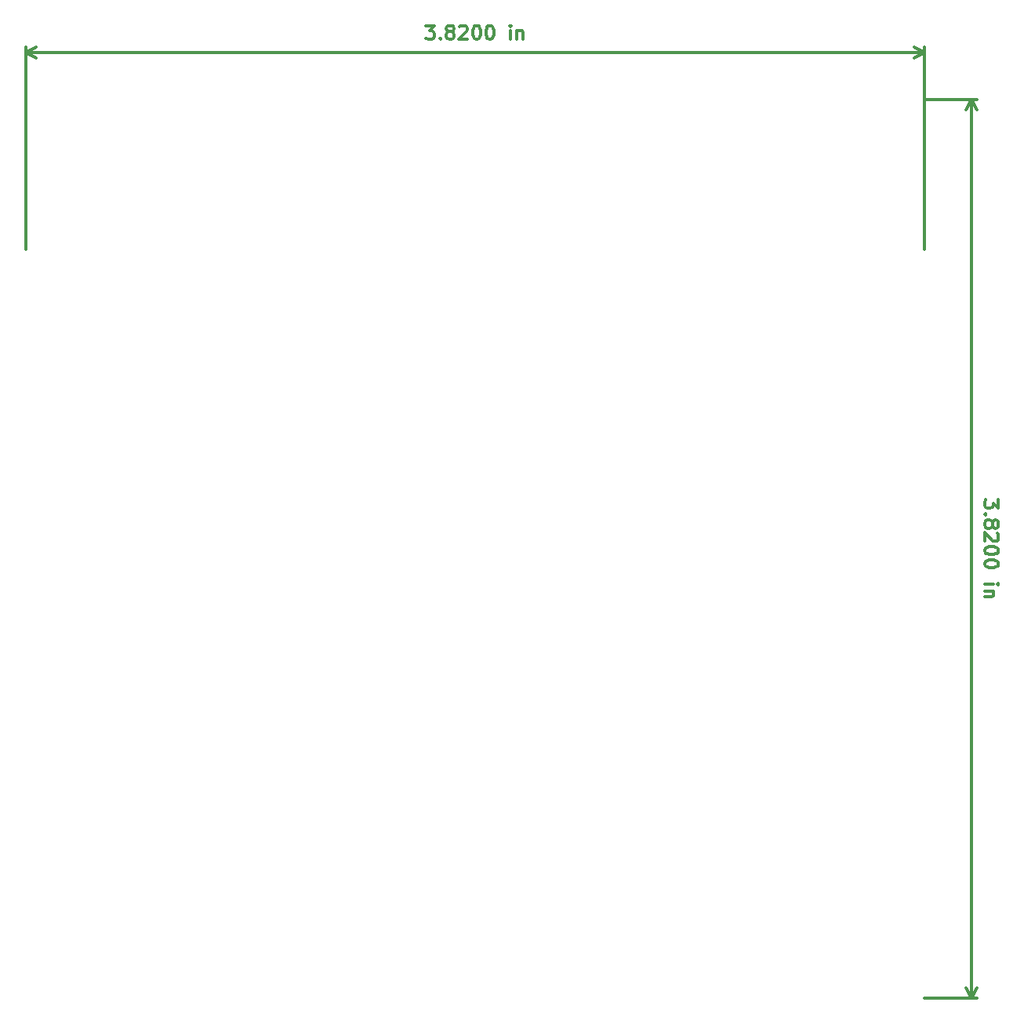
<source format=gbr>
G04 #@! TF.GenerationSoftware,KiCad,Pcbnew,5.1.6+dfsg1-1*
G04 #@! TF.CreationDate,2020-12-28T17:31:15+00:00*
G04 #@! TF.ProjectId,68000 Relocator FLASH Kickstart_Manual Route_DIP_Power Plan Split,36383030-3020-4526-956c-6f6361746f72,v1.0*
G04 #@! TF.SameCoordinates,Original*
G04 #@! TF.FileFunction,OtherDrawing,Comment*
%FSLAX46Y46*%
G04 Gerber Fmt 4.6, Leading zero omitted, Abs format (unit mm)*
G04 Created by KiCad (PCBNEW 5.1.6+dfsg1-1) date 2020-12-28 17:31:15*
%MOMM*%
%LPD*%
G01*
G04 APERTURE LIST*
%ADD10C,0.300000*%
G04 APERTURE END LIST*
D10*
X207772428Y-100977571D02*
X207772428Y-101906142D01*
X207201000Y-101406142D01*
X207201000Y-101620428D01*
X207129571Y-101763285D01*
X207058142Y-101834714D01*
X206915285Y-101906142D01*
X206558142Y-101906142D01*
X206415285Y-101834714D01*
X206343857Y-101763285D01*
X206272428Y-101620428D01*
X206272428Y-101191857D01*
X206343857Y-101049000D01*
X206415285Y-100977571D01*
X206415285Y-102549000D02*
X206343857Y-102620428D01*
X206272428Y-102549000D01*
X206343857Y-102477571D01*
X206415285Y-102549000D01*
X206272428Y-102549000D01*
X207129571Y-103477571D02*
X207201000Y-103334714D01*
X207272428Y-103263285D01*
X207415285Y-103191857D01*
X207486714Y-103191857D01*
X207629571Y-103263285D01*
X207701000Y-103334714D01*
X207772428Y-103477571D01*
X207772428Y-103763285D01*
X207701000Y-103906142D01*
X207629571Y-103977571D01*
X207486714Y-104049000D01*
X207415285Y-104049000D01*
X207272428Y-103977571D01*
X207201000Y-103906142D01*
X207129571Y-103763285D01*
X207129571Y-103477571D01*
X207058142Y-103334714D01*
X206986714Y-103263285D01*
X206843857Y-103191857D01*
X206558142Y-103191857D01*
X206415285Y-103263285D01*
X206343857Y-103334714D01*
X206272428Y-103477571D01*
X206272428Y-103763285D01*
X206343857Y-103906142D01*
X206415285Y-103977571D01*
X206558142Y-104049000D01*
X206843857Y-104049000D01*
X206986714Y-103977571D01*
X207058142Y-103906142D01*
X207129571Y-103763285D01*
X207629571Y-104620428D02*
X207701000Y-104691857D01*
X207772428Y-104834714D01*
X207772428Y-105191857D01*
X207701000Y-105334714D01*
X207629571Y-105406142D01*
X207486714Y-105477571D01*
X207343857Y-105477571D01*
X207129571Y-105406142D01*
X206272428Y-104549000D01*
X206272428Y-105477571D01*
X207772428Y-106406142D02*
X207772428Y-106549000D01*
X207701000Y-106691857D01*
X207629571Y-106763285D01*
X207486714Y-106834714D01*
X207201000Y-106906142D01*
X206843857Y-106906142D01*
X206558142Y-106834714D01*
X206415285Y-106763285D01*
X206343857Y-106691857D01*
X206272428Y-106549000D01*
X206272428Y-106406142D01*
X206343857Y-106263285D01*
X206415285Y-106191857D01*
X206558142Y-106120428D01*
X206843857Y-106049000D01*
X207201000Y-106049000D01*
X207486714Y-106120428D01*
X207629571Y-106191857D01*
X207701000Y-106263285D01*
X207772428Y-106406142D01*
X207772428Y-107834714D02*
X207772428Y-107977571D01*
X207701000Y-108120428D01*
X207629571Y-108191857D01*
X207486714Y-108263285D01*
X207201000Y-108334714D01*
X206843857Y-108334714D01*
X206558142Y-108263285D01*
X206415285Y-108191857D01*
X206343857Y-108120428D01*
X206272428Y-107977571D01*
X206272428Y-107834714D01*
X206343857Y-107691857D01*
X206415285Y-107620428D01*
X206558142Y-107549000D01*
X206843857Y-107477571D01*
X207201000Y-107477571D01*
X207486714Y-107549000D01*
X207629571Y-107620428D01*
X207701000Y-107691857D01*
X207772428Y-107834714D01*
X206272428Y-110120428D02*
X207272428Y-110120428D01*
X207772428Y-110120428D02*
X207701000Y-110049000D01*
X207629571Y-110120428D01*
X207701000Y-110191857D01*
X207772428Y-110120428D01*
X207629571Y-110120428D01*
X207272428Y-110834714D02*
X206272428Y-110834714D01*
X207129571Y-110834714D02*
X207201000Y-110906142D01*
X207272428Y-111049000D01*
X207272428Y-111263285D01*
X207201000Y-111406142D01*
X207058142Y-111477571D01*
X206272428Y-111477571D01*
X204851000Y-57785000D02*
X204851000Y-154813000D01*
X199771000Y-57785000D02*
X205437421Y-57785000D01*
X199771000Y-154813000D02*
X205437421Y-154813000D01*
X204851000Y-154813000D02*
X204264579Y-153686496D01*
X204851000Y-154813000D02*
X205437421Y-153686496D01*
X204851000Y-57785000D02*
X204264579Y-58911504D01*
X204851000Y-57785000D02*
X205437421Y-58911504D01*
X145935571Y-49783571D02*
X146864142Y-49783571D01*
X146364142Y-50355000D01*
X146578428Y-50355000D01*
X146721285Y-50426428D01*
X146792714Y-50497857D01*
X146864142Y-50640714D01*
X146864142Y-50997857D01*
X146792714Y-51140714D01*
X146721285Y-51212142D01*
X146578428Y-51283571D01*
X146149857Y-51283571D01*
X146007000Y-51212142D01*
X145935571Y-51140714D01*
X147507000Y-51140714D02*
X147578428Y-51212142D01*
X147507000Y-51283571D01*
X147435571Y-51212142D01*
X147507000Y-51140714D01*
X147507000Y-51283571D01*
X148435571Y-50426428D02*
X148292714Y-50355000D01*
X148221285Y-50283571D01*
X148149857Y-50140714D01*
X148149857Y-50069285D01*
X148221285Y-49926428D01*
X148292714Y-49855000D01*
X148435571Y-49783571D01*
X148721285Y-49783571D01*
X148864142Y-49855000D01*
X148935571Y-49926428D01*
X149007000Y-50069285D01*
X149007000Y-50140714D01*
X148935571Y-50283571D01*
X148864142Y-50355000D01*
X148721285Y-50426428D01*
X148435571Y-50426428D01*
X148292714Y-50497857D01*
X148221285Y-50569285D01*
X148149857Y-50712142D01*
X148149857Y-50997857D01*
X148221285Y-51140714D01*
X148292714Y-51212142D01*
X148435571Y-51283571D01*
X148721285Y-51283571D01*
X148864142Y-51212142D01*
X148935571Y-51140714D01*
X149007000Y-50997857D01*
X149007000Y-50712142D01*
X148935571Y-50569285D01*
X148864142Y-50497857D01*
X148721285Y-50426428D01*
X149578428Y-49926428D02*
X149649857Y-49855000D01*
X149792714Y-49783571D01*
X150149857Y-49783571D01*
X150292714Y-49855000D01*
X150364142Y-49926428D01*
X150435571Y-50069285D01*
X150435571Y-50212142D01*
X150364142Y-50426428D01*
X149507000Y-51283571D01*
X150435571Y-51283571D01*
X151364142Y-49783571D02*
X151507000Y-49783571D01*
X151649857Y-49855000D01*
X151721285Y-49926428D01*
X151792714Y-50069285D01*
X151864142Y-50355000D01*
X151864142Y-50712142D01*
X151792714Y-50997857D01*
X151721285Y-51140714D01*
X151649857Y-51212142D01*
X151507000Y-51283571D01*
X151364142Y-51283571D01*
X151221285Y-51212142D01*
X151149857Y-51140714D01*
X151078428Y-50997857D01*
X151007000Y-50712142D01*
X151007000Y-50355000D01*
X151078428Y-50069285D01*
X151149857Y-49926428D01*
X151221285Y-49855000D01*
X151364142Y-49783571D01*
X152792714Y-49783571D02*
X152935571Y-49783571D01*
X153078428Y-49855000D01*
X153149857Y-49926428D01*
X153221285Y-50069285D01*
X153292714Y-50355000D01*
X153292714Y-50712142D01*
X153221285Y-50997857D01*
X153149857Y-51140714D01*
X153078428Y-51212142D01*
X152935571Y-51283571D01*
X152792714Y-51283571D01*
X152649857Y-51212142D01*
X152578428Y-51140714D01*
X152507000Y-50997857D01*
X152435571Y-50712142D01*
X152435571Y-50355000D01*
X152507000Y-50069285D01*
X152578428Y-49926428D01*
X152649857Y-49855000D01*
X152792714Y-49783571D01*
X155078428Y-51283571D02*
X155078428Y-50283571D01*
X155078428Y-49783571D02*
X155007000Y-49855000D01*
X155078428Y-49926428D01*
X155149857Y-49855000D01*
X155078428Y-49783571D01*
X155078428Y-49926428D01*
X155792714Y-50283571D02*
X155792714Y-51283571D01*
X155792714Y-50426428D02*
X155864142Y-50355000D01*
X156007000Y-50283571D01*
X156221285Y-50283571D01*
X156364142Y-50355000D01*
X156435571Y-50497857D01*
X156435571Y-51283571D01*
X102743000Y-52705000D02*
X199771000Y-52705000D01*
X102743000Y-73914000D02*
X102743000Y-52118579D01*
X199771000Y-73914000D02*
X199771000Y-52118579D01*
X199771000Y-52705000D02*
X198644496Y-53291421D01*
X199771000Y-52705000D02*
X198644496Y-52118579D01*
X102743000Y-52705000D02*
X103869504Y-53291421D01*
X102743000Y-52705000D02*
X103869504Y-52118579D01*
M02*

</source>
